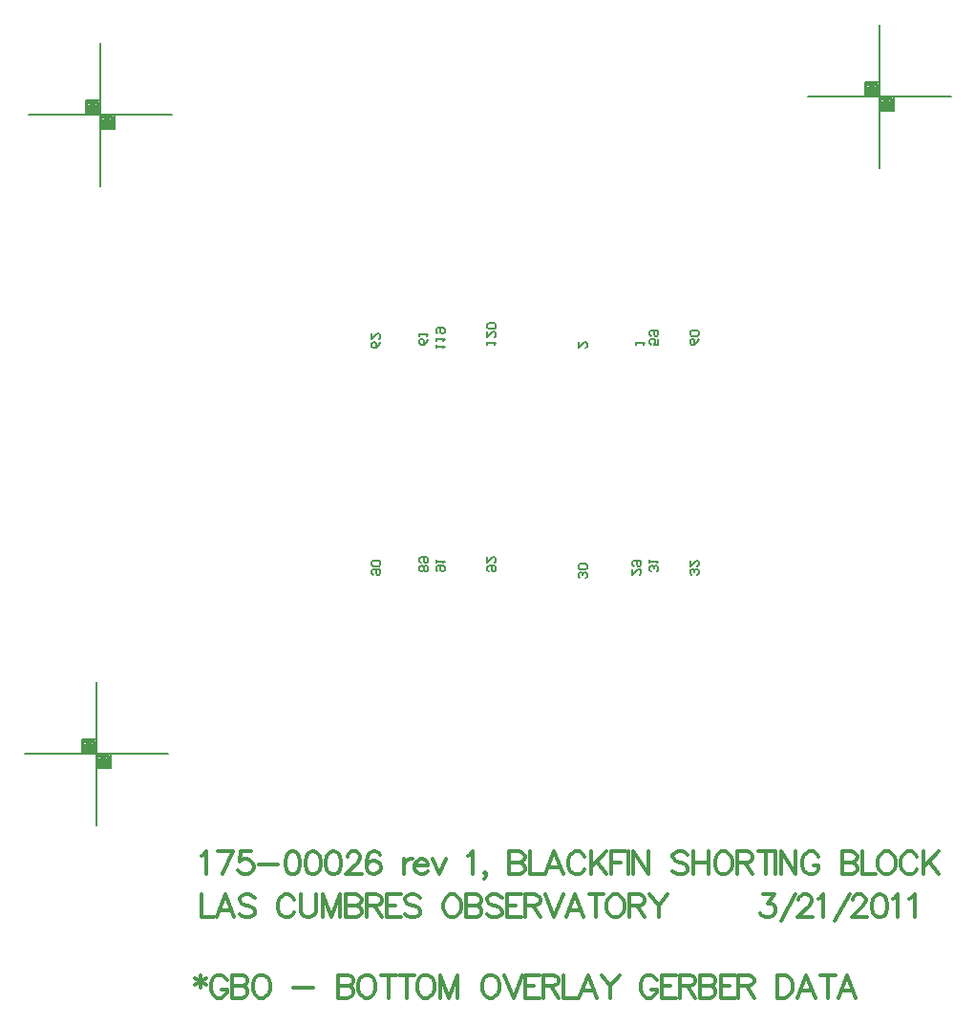
<source format=gbo>
%FSLAX23Y23*%
%MOIN*%
G70*
G01*
G75*
G04 Layer_Color=32896*
%ADD10R,0.067X0.014*%
%ADD11C,0.010*%
%ADD12C,0.012*%
%ADD13C,0.008*%
%ADD14C,0.012*%
%ADD15C,0.012*%
%ADD16C,0.030*%
%ADD17C,0.007*%
%ADD18C,0.005*%
%ADD19C,0.012*%
%ADD20R,0.165X0.130*%
%ADD21R,0.075X0.022*%
%ADD22C,0.008*%
%ADD23C,0.038*%
%ADD24R,0.992X0.189*%
D12*
X14731Y8981D02*
Y8935D01*
X14712Y8970D02*
X14750Y8947D01*
Y8970D02*
X14712Y8947D01*
X14823Y8962D02*
X14819Y8970D01*
X14812Y8977D01*
X14804Y8981D01*
X14789D01*
X14781Y8977D01*
X14774Y8970D01*
X14770Y8962D01*
X14766Y8951D01*
Y8931D01*
X14770Y8920D01*
X14774Y8912D01*
X14781Y8905D01*
X14789Y8901D01*
X14804D01*
X14812Y8905D01*
X14819Y8912D01*
X14823Y8920D01*
Y8931D01*
X14804D02*
X14823D01*
X14841Y8981D02*
Y8901D01*
Y8981D02*
X14876D01*
X14887Y8977D01*
X14891Y8973D01*
X14895Y8966D01*
Y8958D01*
X14891Y8951D01*
X14887Y8947D01*
X14876Y8943D01*
X14841D02*
X14876D01*
X14887Y8939D01*
X14891Y8935D01*
X14895Y8928D01*
Y8916D01*
X14891Y8909D01*
X14887Y8905D01*
X14876Y8901D01*
X14841D01*
X14935Y8981D02*
X14928Y8977D01*
X14920Y8970D01*
X14916Y8962D01*
X14913Y8951D01*
Y8931D01*
X14916Y8920D01*
X14920Y8912D01*
X14928Y8905D01*
X14935Y8901D01*
X14951D01*
X14958Y8905D01*
X14966Y8912D01*
X14970Y8920D01*
X14974Y8931D01*
Y8951D01*
X14970Y8962D01*
X14966Y8970D01*
X14958Y8977D01*
X14951Y8981D01*
X14935D01*
X15055Y8935D02*
X15124D01*
X15210Y8981D02*
Y8901D01*
Y8981D02*
X15244D01*
X15256Y8977D01*
X15260Y8973D01*
X15263Y8966D01*
Y8958D01*
X15260Y8951D01*
X15256Y8947D01*
X15244Y8943D01*
X15210D02*
X15244D01*
X15256Y8939D01*
X15260Y8935D01*
X15263Y8928D01*
Y8916D01*
X15260Y8909D01*
X15256Y8905D01*
X15244Y8901D01*
X15210D01*
X15304Y8981D02*
X15297Y8977D01*
X15289Y8970D01*
X15285Y8962D01*
X15281Y8951D01*
Y8931D01*
X15285Y8920D01*
X15289Y8912D01*
X15297Y8905D01*
X15304Y8901D01*
X15319D01*
X15327Y8905D01*
X15335Y8912D01*
X15338Y8920D01*
X15342Y8931D01*
Y8951D01*
X15338Y8962D01*
X15335Y8970D01*
X15327Y8977D01*
X15319Y8981D01*
X15304D01*
X15388D02*
Y8901D01*
X15361Y8981D02*
X15414D01*
X15450D02*
Y8901D01*
X15424Y8981D02*
X15477D01*
X15509D02*
X15502Y8977D01*
X15494Y8970D01*
X15490Y8962D01*
X15487Y8951D01*
Y8931D01*
X15490Y8920D01*
X15494Y8912D01*
X15502Y8905D01*
X15509Y8901D01*
X15525D01*
X15532Y8905D01*
X15540Y8912D01*
X15544Y8920D01*
X15548Y8931D01*
Y8951D01*
X15544Y8962D01*
X15540Y8970D01*
X15532Y8977D01*
X15525Y8981D01*
X15509D01*
X15566D02*
Y8901D01*
Y8981D02*
X15597Y8901D01*
X15627Y8981D02*
X15597Y8901D01*
X15627Y8981D02*
Y8901D01*
X15736Y8981D02*
X15728Y8977D01*
X15720Y8970D01*
X15717Y8962D01*
X15713Y8951D01*
Y8931D01*
X15717Y8920D01*
X15720Y8912D01*
X15728Y8905D01*
X15736Y8901D01*
X15751D01*
X15759Y8905D01*
X15766Y8912D01*
X15770Y8920D01*
X15774Y8931D01*
Y8951D01*
X15770Y8962D01*
X15766Y8970D01*
X15759Y8977D01*
X15751Y8981D01*
X15736D01*
X15792D02*
X15823Y8901D01*
X15853Y8981D02*
X15823Y8901D01*
X15913Y8981D02*
X15864D01*
Y8901D01*
X15913D01*
X15864Y8943D02*
X15894D01*
X15927Y8981D02*
Y8901D01*
Y8981D02*
X15961D01*
X15972Y8977D01*
X15976Y8973D01*
X15980Y8966D01*
Y8958D01*
X15976Y8951D01*
X15972Y8947D01*
X15961Y8943D01*
X15927D01*
X15953D02*
X15980Y8901D01*
X15998Y8981D02*
Y8901D01*
X16043D01*
X16113D02*
X16083Y8981D01*
X16052Y8901D01*
X16064Y8928D02*
X16102D01*
X16132Y8981D02*
X16162Y8943D01*
Y8901D01*
X16193Y8981D02*
X16162Y8943D01*
X16323Y8962D02*
X16319Y8970D01*
X16312Y8977D01*
X16304Y8981D01*
X16289D01*
X16281Y8977D01*
X16273Y8970D01*
X16270Y8962D01*
X16266Y8951D01*
Y8931D01*
X16270Y8920D01*
X16273Y8912D01*
X16281Y8905D01*
X16289Y8901D01*
X16304D01*
X16312Y8905D01*
X16319Y8912D01*
X16323Y8920D01*
Y8931D01*
X16304D02*
X16323D01*
X16391Y8981D02*
X16341D01*
Y8901D01*
X16391D01*
X16341Y8943D02*
X16372D01*
X16404Y8981D02*
Y8901D01*
Y8981D02*
X16438D01*
X16450Y8977D01*
X16454Y8973D01*
X16457Y8966D01*
Y8958D01*
X16454Y8951D01*
X16450Y8947D01*
X16438Y8943D01*
X16404D01*
X16431D02*
X16457Y8901D01*
X16475Y8981D02*
Y8901D01*
Y8981D02*
X16510D01*
X16521Y8977D01*
X16525Y8973D01*
X16529Y8966D01*
Y8958D01*
X16525Y8951D01*
X16521Y8947D01*
X16510Y8943D01*
X16475D02*
X16510D01*
X16521Y8939D01*
X16525Y8935D01*
X16529Y8928D01*
Y8916D01*
X16525Y8909D01*
X16521Y8905D01*
X16510Y8901D01*
X16475D01*
X16596Y8981D02*
X16547D01*
Y8901D01*
X16596D01*
X16547Y8943D02*
X16577D01*
X16609Y8981D02*
Y8901D01*
Y8981D02*
X16644D01*
X16655Y8977D01*
X16659Y8973D01*
X16663Y8966D01*
Y8958D01*
X16659Y8951D01*
X16655Y8947D01*
X16644Y8943D01*
X16609D01*
X16636D02*
X16663Y8901D01*
X16743Y8981D02*
Y8901D01*
Y8981D02*
X16770D01*
X16782Y8977D01*
X16789Y8970D01*
X16793Y8962D01*
X16797Y8951D01*
Y8931D01*
X16793Y8920D01*
X16789Y8912D01*
X16782Y8905D01*
X16770Y8901D01*
X16743D01*
X16876D02*
X16845Y8981D01*
X16815Y8901D01*
X16826Y8928D02*
X16864D01*
X16921Y8981D02*
Y8901D01*
X16894Y8981D02*
X16948D01*
X17018Y8901D02*
X16988Y8981D01*
X16957Y8901D01*
X16969Y8928D02*
X17007D01*
D13*
X14130Y11983D02*
X14630D01*
X14380Y11733D02*
Y12233D01*
X14330Y11983D02*
Y12033D01*
X14380D01*
X14430Y11933D02*
Y11983D01*
X14380Y11933D02*
X14430D01*
X14385Y11978D02*
X14425D01*
Y11938D02*
Y11978D01*
X14385Y11938D02*
X14425D01*
X14385D02*
Y11978D01*
X14390Y11973D02*
X14420D01*
Y11943D02*
Y11973D01*
X14390Y11943D02*
X14420D01*
X14390D02*
Y11968D01*
X14395D02*
X14415D01*
Y11948D02*
Y11968D01*
X14395Y11948D02*
X14415D01*
X14395D02*
Y11963D01*
X14400D02*
X14410D01*
Y11953D02*
Y11963D01*
X14400Y11953D02*
X14410D01*
X14400D02*
Y11963D01*
Y11958D02*
X14410D01*
X14335Y12028D02*
X14375D01*
Y11988D02*
Y12028D01*
X14335Y11988D02*
X14375D01*
X14335D02*
Y12028D01*
X14340Y12023D02*
X14370D01*
Y11993D02*
Y12023D01*
X14340Y11993D02*
X14370D01*
X14340D02*
Y12018D01*
X14345D02*
X14365D01*
Y11998D02*
Y12018D01*
X14345Y11998D02*
X14365D01*
X14345D02*
Y12013D01*
X14350D02*
X14360D01*
Y12003D02*
Y12013D01*
X14350Y12003D02*
X14360D01*
X14350D02*
Y12013D01*
Y12008D02*
X14360D01*
X16850Y12046D02*
X17350D01*
X17100Y11796D02*
Y12296D01*
X17050Y12046D02*
Y12096D01*
X17100D01*
X17150Y11996D02*
Y12046D01*
X17100Y11996D02*
X17150D01*
X17105Y12041D02*
X17145D01*
Y12001D02*
Y12041D01*
X17105Y12001D02*
X17145D01*
X17105D02*
Y12041D01*
X17110Y12036D02*
X17140D01*
Y12006D02*
Y12036D01*
X17110Y12006D02*
X17140D01*
X17110D02*
Y12031D01*
X17115D02*
X17135D01*
Y12011D02*
Y12031D01*
X17115Y12011D02*
X17135D01*
X17115D02*
Y12026D01*
X17120D02*
X17130D01*
Y12016D02*
Y12026D01*
X17120Y12016D02*
X17130D01*
X17120D02*
Y12026D01*
Y12021D02*
X17130D01*
X17055Y12091D02*
X17095D01*
Y12051D02*
Y12091D01*
X17055Y12051D02*
X17095D01*
X17055D02*
Y12091D01*
X17060Y12086D02*
X17090D01*
Y12056D02*
Y12086D01*
X17060Y12056D02*
X17090D01*
X17060D02*
Y12081D01*
X17065D02*
X17085D01*
Y12061D02*
Y12081D01*
X17065Y12061D02*
X17085D01*
X17065D02*
Y12076D01*
X17070D02*
X17080D01*
Y12066D02*
Y12076D01*
X17070Y12066D02*
X17080D01*
X17070D02*
Y12076D01*
Y12071D02*
X17080D01*
X14116Y9752D02*
X14616D01*
X14366Y9502D02*
Y10002D01*
X14316Y9752D02*
Y9802D01*
X14366D01*
X14416Y9702D02*
Y9752D01*
X14366Y9702D02*
X14416D01*
X14371Y9747D02*
X14411D01*
Y9707D02*
Y9747D01*
X14371Y9707D02*
X14411D01*
X14371D02*
Y9747D01*
X14376Y9742D02*
X14406D01*
Y9712D02*
Y9742D01*
X14376Y9712D02*
X14406D01*
X14376D02*
Y9737D01*
X14381D02*
X14401D01*
Y9717D02*
Y9737D01*
X14381Y9717D02*
X14401D01*
X14381D02*
Y9732D01*
X14386D02*
X14396D01*
Y9722D02*
Y9732D01*
X14386Y9722D02*
X14396D01*
X14386D02*
Y9732D01*
Y9727D02*
X14396D01*
X14321Y9797D02*
X14361D01*
Y9757D02*
Y9797D01*
X14321Y9757D02*
X14361D01*
X14321D02*
Y9797D01*
X14326Y9792D02*
X14356D01*
Y9762D02*
Y9792D01*
X14326Y9762D02*
X14356D01*
X14326D02*
Y9787D01*
X14331D02*
X14351D01*
Y9767D02*
Y9787D01*
X14331Y9767D02*
X14351D01*
X14331D02*
Y9782D01*
X14336D02*
X14346D01*
Y9772D02*
Y9782D01*
X14336Y9772D02*
X14346D01*
X14336D02*
Y9782D01*
Y9777D02*
X14346D01*
D14*
X14733Y9262D02*
Y9182D01*
X14778D01*
X14848D02*
X14817Y9262D01*
X14787Y9182D01*
X14798Y9208D02*
X14837D01*
X14920Y9250D02*
X14912Y9258D01*
X14901Y9262D01*
X14886D01*
X14874Y9258D01*
X14867Y9250D01*
Y9243D01*
X14870Y9235D01*
X14874Y9231D01*
X14882Y9227D01*
X14905Y9220D01*
X14912Y9216D01*
X14916Y9212D01*
X14920Y9204D01*
Y9193D01*
X14912Y9185D01*
X14901Y9182D01*
X14886D01*
X14874Y9185D01*
X14867Y9193D01*
X15058Y9243D02*
X15054Y9250D01*
X15046Y9258D01*
X15039Y9262D01*
X15024D01*
X15016Y9258D01*
X15008Y9250D01*
X15005Y9243D01*
X15001Y9231D01*
Y9212D01*
X15005Y9201D01*
X15008Y9193D01*
X15016Y9185D01*
X15024Y9182D01*
X15039D01*
X15046Y9185D01*
X15054Y9193D01*
X15058Y9201D01*
X15080Y9262D02*
Y9204D01*
X15084Y9193D01*
X15092Y9185D01*
X15103Y9182D01*
X15111D01*
X15122Y9185D01*
X15130Y9193D01*
X15134Y9204D01*
Y9262D01*
X15156D02*
Y9182D01*
Y9262D02*
X15186Y9182D01*
X15217Y9262D02*
X15186Y9182D01*
X15217Y9262D02*
Y9182D01*
X15239Y9262D02*
Y9182D01*
Y9262D02*
X15274D01*
X15285Y9258D01*
X15289Y9254D01*
X15293Y9246D01*
Y9239D01*
X15289Y9231D01*
X15285Y9227D01*
X15274Y9223D01*
X15239D02*
X15274D01*
X15285Y9220D01*
X15289Y9216D01*
X15293Y9208D01*
Y9197D01*
X15289Y9189D01*
X15285Y9185D01*
X15274Y9182D01*
X15239D01*
X15311Y9262D02*
Y9182D01*
Y9262D02*
X15345D01*
X15356Y9258D01*
X15360Y9254D01*
X15364Y9246D01*
Y9239D01*
X15360Y9231D01*
X15356Y9227D01*
X15345Y9223D01*
X15311D01*
X15337D02*
X15364Y9182D01*
X15431Y9262D02*
X15382D01*
Y9182D01*
X15431D01*
X15382Y9223D02*
X15412D01*
X15498Y9250D02*
X15490Y9258D01*
X15479Y9262D01*
X15464D01*
X15452Y9258D01*
X15445Y9250D01*
Y9243D01*
X15449Y9235D01*
X15452Y9231D01*
X15460Y9227D01*
X15483Y9220D01*
X15490Y9216D01*
X15494Y9212D01*
X15498Y9204D01*
Y9193D01*
X15490Y9185D01*
X15479Y9182D01*
X15464D01*
X15452Y9185D01*
X15445Y9193D01*
X15602Y9262D02*
X15594Y9258D01*
X15586Y9250D01*
X15583Y9243D01*
X15579Y9231D01*
Y9212D01*
X15583Y9201D01*
X15586Y9193D01*
X15594Y9185D01*
X15602Y9182D01*
X15617D01*
X15625Y9185D01*
X15632Y9193D01*
X15636Y9201D01*
X15640Y9212D01*
Y9231D01*
X15636Y9243D01*
X15632Y9250D01*
X15625Y9258D01*
X15617Y9262D01*
X15602D01*
X15658D02*
Y9182D01*
Y9262D02*
X15693D01*
X15704Y9258D01*
X15708Y9254D01*
X15712Y9246D01*
Y9239D01*
X15708Y9231D01*
X15704Y9227D01*
X15693Y9223D01*
X15658D02*
X15693D01*
X15704Y9220D01*
X15708Y9216D01*
X15712Y9208D01*
Y9197D01*
X15708Y9189D01*
X15704Y9185D01*
X15693Y9182D01*
X15658D01*
X15783Y9250D02*
X15775Y9258D01*
X15764Y9262D01*
X15749D01*
X15737Y9258D01*
X15730Y9250D01*
Y9243D01*
X15733Y9235D01*
X15737Y9231D01*
X15745Y9227D01*
X15768Y9220D01*
X15775Y9216D01*
X15779Y9212D01*
X15783Y9204D01*
Y9193D01*
X15775Y9185D01*
X15764Y9182D01*
X15749D01*
X15737Y9185D01*
X15730Y9193D01*
X15850Y9262D02*
X15801D01*
Y9182D01*
X15850D01*
X15801Y9223D02*
X15831D01*
X15864Y9262D02*
Y9182D01*
Y9262D02*
X15898D01*
X15909Y9258D01*
X15913Y9254D01*
X15917Y9246D01*
Y9239D01*
X15913Y9231D01*
X15909Y9227D01*
X15898Y9223D01*
X15864D01*
X15890D02*
X15917Y9182D01*
X15935Y9262D02*
X15965Y9182D01*
X15996Y9262D02*
X15965Y9182D01*
X16067D02*
X16037Y9262D01*
X16006Y9182D01*
X16018Y9208D02*
X16056D01*
X16112Y9262D02*
Y9182D01*
X16086Y9262D02*
X16139D01*
X16171D02*
X16164Y9258D01*
X16156Y9250D01*
X16152Y9243D01*
X16149Y9231D01*
Y9212D01*
X16152Y9201D01*
X16156Y9193D01*
X16164Y9185D01*
X16171Y9182D01*
X16187D01*
X16194Y9185D01*
X16202Y9193D01*
X16206Y9201D01*
X16210Y9212D01*
Y9231D01*
X16206Y9243D01*
X16202Y9250D01*
X16194Y9258D01*
X16187Y9262D01*
X16171D01*
X16228D02*
Y9182D01*
Y9262D02*
X16263D01*
X16274Y9258D01*
X16278Y9254D01*
X16282Y9246D01*
Y9239D01*
X16278Y9231D01*
X16274Y9227D01*
X16263Y9223D01*
X16228D01*
X16255D02*
X16282Y9182D01*
X16299Y9262D02*
X16330Y9223D01*
Y9182D01*
X16360Y9262D02*
X16330Y9223D01*
X16693Y9262D02*
X16734D01*
X16712Y9231D01*
X16723D01*
X16731Y9227D01*
X16734Y9223D01*
X16738Y9212D01*
Y9204D01*
X16734Y9193D01*
X16727Y9185D01*
X16715Y9182D01*
X16704D01*
X16693Y9185D01*
X16689Y9189D01*
X16685Y9197D01*
X16756Y9170D02*
X16809Y9262D01*
X16819Y9243D02*
Y9246D01*
X16822Y9254D01*
X16826Y9258D01*
X16834Y9262D01*
X16849D01*
X16857Y9258D01*
X16860Y9254D01*
X16864Y9246D01*
Y9239D01*
X16860Y9231D01*
X16853Y9220D01*
X16815Y9182D01*
X16868D01*
X16886Y9246D02*
X16894Y9250D01*
X16905Y9262D01*
Y9182D01*
X16945Y9170D02*
X16998Y9262D01*
X17007Y9243D02*
Y9246D01*
X17011Y9254D01*
X17015Y9258D01*
X17022Y9262D01*
X17038D01*
X17045Y9258D01*
X17049Y9254D01*
X17053Y9246D01*
Y9239D01*
X17049Y9231D01*
X17041Y9220D01*
X17003Y9182D01*
X17057D01*
X17097Y9262D02*
X17086Y9258D01*
X17078Y9246D01*
X17075Y9227D01*
Y9216D01*
X17078Y9197D01*
X17086Y9185D01*
X17097Y9182D01*
X17105D01*
X17116Y9185D01*
X17124Y9197D01*
X17128Y9216D01*
Y9227D01*
X17124Y9246D01*
X17116Y9258D01*
X17105Y9262D01*
X17097D01*
X17146Y9246D02*
X17153Y9250D01*
X17165Y9262D01*
Y9182D01*
X17204Y9246D02*
X17212Y9250D01*
X17223Y9262D01*
Y9182D01*
D15*
X14733Y9396D02*
X14740Y9400D01*
X14752Y9412D01*
Y9332D01*
X14845Y9412D02*
X14806Y9332D01*
X14791Y9412D02*
X14845D01*
X14908D02*
X14870D01*
X14866Y9377D01*
X14870Y9381D01*
X14881Y9385D01*
X14893D01*
X14904Y9381D01*
X14912Y9373D01*
X14916Y9362D01*
Y9354D01*
X14912Y9343D01*
X14904Y9335D01*
X14893Y9332D01*
X14881D01*
X14870Y9335D01*
X14866Y9339D01*
X14862Y9347D01*
X14934Y9366D02*
X15002D01*
X15049Y9412D02*
X15037Y9408D01*
X15030Y9396D01*
X15026Y9377D01*
Y9366D01*
X15030Y9347D01*
X15037Y9335D01*
X15049Y9332D01*
X15056D01*
X15068Y9335D01*
X15075Y9347D01*
X15079Y9366D01*
Y9377D01*
X15075Y9396D01*
X15068Y9408D01*
X15056Y9412D01*
X15049D01*
X15120D02*
X15108Y9408D01*
X15101Y9396D01*
X15097Y9377D01*
Y9366D01*
X15101Y9347D01*
X15108Y9335D01*
X15120Y9332D01*
X15128D01*
X15139Y9335D01*
X15147Y9347D01*
X15150Y9366D01*
Y9377D01*
X15147Y9396D01*
X15139Y9408D01*
X15128Y9412D01*
X15120D01*
X15191D02*
X15180Y9408D01*
X15172Y9396D01*
X15168Y9377D01*
Y9366D01*
X15172Y9347D01*
X15180Y9335D01*
X15191Y9332D01*
X15199D01*
X15210Y9335D01*
X15218Y9347D01*
X15222Y9366D01*
Y9377D01*
X15218Y9396D01*
X15210Y9408D01*
X15199Y9412D01*
X15191D01*
X15243Y9393D02*
Y9396D01*
X15247Y9404D01*
X15251Y9408D01*
X15259Y9412D01*
X15274D01*
X15281Y9408D01*
X15285Y9404D01*
X15289Y9396D01*
Y9389D01*
X15285Y9381D01*
X15278Y9370D01*
X15239Y9332D01*
X15293D01*
X15356Y9400D02*
X15353Y9408D01*
X15341Y9412D01*
X15334D01*
X15322Y9408D01*
X15315Y9396D01*
X15311Y9377D01*
Y9358D01*
X15315Y9343D01*
X15322Y9335D01*
X15334Y9332D01*
X15337D01*
X15349Y9335D01*
X15356Y9343D01*
X15360Y9354D01*
Y9358D01*
X15356Y9370D01*
X15349Y9377D01*
X15337Y9381D01*
X15334D01*
X15322Y9377D01*
X15315Y9370D01*
X15311Y9358D01*
X15441Y9385D02*
Y9332D01*
Y9362D02*
X15444Y9373D01*
X15452Y9381D01*
X15460Y9385D01*
X15471D01*
X15478Y9362D02*
X15524D01*
Y9370D01*
X15520Y9377D01*
X15516Y9381D01*
X15509Y9385D01*
X15497D01*
X15490Y9381D01*
X15482Y9373D01*
X15478Y9362D01*
Y9354D01*
X15482Y9343D01*
X15490Y9335D01*
X15497Y9332D01*
X15509D01*
X15516Y9335D01*
X15524Y9343D01*
X15541Y9385D02*
X15564Y9332D01*
X15587Y9385D02*
X15564Y9332D01*
X15663Y9396D02*
X15670Y9400D01*
X15682Y9412D01*
Y9332D01*
X15729Y9335D02*
X15725Y9332D01*
X15721Y9335D01*
X15725Y9339D01*
X15729Y9335D01*
Y9328D01*
X15725Y9320D01*
X15721Y9316D01*
X15809Y9412D02*
Y9332D01*
Y9412D02*
X15844D01*
X15855Y9408D01*
X15859Y9404D01*
X15863Y9396D01*
Y9389D01*
X15859Y9381D01*
X15855Y9377D01*
X15844Y9373D01*
X15809D02*
X15844D01*
X15855Y9370D01*
X15859Y9366D01*
X15863Y9358D01*
Y9347D01*
X15859Y9339D01*
X15855Y9335D01*
X15844Y9332D01*
X15809D01*
X15881Y9412D02*
Y9332D01*
X15926D01*
X15996D02*
X15965Y9412D01*
X15935Y9332D01*
X15946Y9358D02*
X15984D01*
X16072Y9393D02*
X16068Y9400D01*
X16060Y9408D01*
X16053Y9412D01*
X16037D01*
X16030Y9408D01*
X16022Y9400D01*
X16018Y9393D01*
X16015Y9381D01*
Y9362D01*
X16018Y9351D01*
X16022Y9343D01*
X16030Y9335D01*
X16037Y9332D01*
X16053D01*
X16060Y9335D01*
X16068Y9343D01*
X16072Y9351D01*
X16094Y9412D02*
Y9332D01*
X16147Y9412D02*
X16094Y9358D01*
X16113Y9377D02*
X16147Y9332D01*
X16165Y9412D02*
Y9332D01*
Y9412D02*
X16215D01*
X16165Y9373D02*
X16196D01*
X16224Y9412D02*
Y9332D01*
X16241Y9412D02*
Y9332D01*
Y9412D02*
X16294Y9332D01*
Y9412D02*
Y9332D01*
X16432Y9400D02*
X16425Y9408D01*
X16413Y9412D01*
X16398D01*
X16387Y9408D01*
X16379Y9400D01*
Y9393D01*
X16383Y9385D01*
X16387Y9381D01*
X16394Y9377D01*
X16417Y9370D01*
X16425Y9366D01*
X16429Y9362D01*
X16432Y9354D01*
Y9343D01*
X16425Y9335D01*
X16413Y9332D01*
X16398D01*
X16387Y9335D01*
X16379Y9343D01*
X16450Y9412D02*
Y9332D01*
X16504Y9412D02*
Y9332D01*
X16450Y9373D02*
X16504D01*
X16549Y9412D02*
X16541Y9408D01*
X16533Y9400D01*
X16530Y9393D01*
X16526Y9381D01*
Y9362D01*
X16530Y9351D01*
X16533Y9343D01*
X16541Y9335D01*
X16549Y9332D01*
X16564D01*
X16571Y9335D01*
X16579Y9343D01*
X16583Y9351D01*
X16587Y9362D01*
Y9381D01*
X16583Y9393D01*
X16579Y9400D01*
X16571Y9408D01*
X16564Y9412D01*
X16549D01*
X16605D02*
Y9332D01*
Y9412D02*
X16640D01*
X16651Y9408D01*
X16655Y9404D01*
X16659Y9396D01*
Y9389D01*
X16655Y9381D01*
X16651Y9377D01*
X16640Y9373D01*
X16605D01*
X16632D02*
X16659Y9332D01*
X16703Y9412D02*
Y9332D01*
X16677Y9412D02*
X16730D01*
X16739D02*
Y9332D01*
X16756Y9412D02*
Y9332D01*
Y9412D02*
X16809Y9332D01*
Y9412D02*
Y9332D01*
X16889Y9393D02*
X16885Y9400D01*
X16877Y9408D01*
X16870Y9412D01*
X16854D01*
X16847Y9408D01*
X16839Y9400D01*
X16835Y9393D01*
X16832Y9381D01*
Y9362D01*
X16835Y9351D01*
X16839Y9343D01*
X16847Y9335D01*
X16854Y9332D01*
X16870D01*
X16877Y9335D01*
X16885Y9343D01*
X16889Y9351D01*
Y9362D01*
X16870D02*
X16889D01*
X16970Y9412D02*
Y9332D01*
Y9412D02*
X17004D01*
X17015Y9408D01*
X17019Y9404D01*
X17023Y9396D01*
Y9389D01*
X17019Y9381D01*
X17015Y9377D01*
X17004Y9373D01*
X16970D02*
X17004D01*
X17015Y9370D01*
X17019Y9366D01*
X17023Y9358D01*
Y9347D01*
X17019Y9339D01*
X17015Y9335D01*
X17004Y9332D01*
X16970D01*
X17041Y9412D02*
Y9332D01*
X17087D01*
X17118Y9412D02*
X17111Y9408D01*
X17103Y9400D01*
X17099Y9393D01*
X17095Y9381D01*
Y9362D01*
X17099Y9351D01*
X17103Y9343D01*
X17111Y9335D01*
X17118Y9332D01*
X17134D01*
X17141Y9335D01*
X17149Y9343D01*
X17153Y9351D01*
X17156Y9362D01*
Y9381D01*
X17153Y9393D01*
X17149Y9400D01*
X17141Y9408D01*
X17134Y9412D01*
X17118D01*
X17232Y9393D02*
X17228Y9400D01*
X17221Y9408D01*
X17213Y9412D01*
X17198D01*
X17190Y9408D01*
X17183Y9400D01*
X17179Y9393D01*
X17175Y9381D01*
Y9362D01*
X17179Y9351D01*
X17183Y9343D01*
X17190Y9335D01*
X17198Y9332D01*
X17213D01*
X17221Y9335D01*
X17228Y9343D01*
X17232Y9351D01*
X17255Y9412D02*
Y9332D01*
X17308Y9412D02*
X17255Y9358D01*
X17274Y9377D02*
X17308Y9332D01*
D18*
X16470Y11200D02*
X16465Y11190D01*
X16455Y11180D01*
X16445D01*
X16440Y11185D01*
Y11195D01*
X16445Y11200D01*
X16450D01*
X16455Y11195D01*
Y11180D01*
X16465Y11210D02*
X16470Y11215D01*
Y11225D01*
X16465Y11230D01*
X16445D01*
X16440Y11225D01*
Y11215D01*
X16445Y11210D01*
X16465D01*
X16328Y11200D02*
Y11180D01*
X16313D01*
X16318Y11190D01*
Y11195D01*
X16313Y11200D01*
X16303D01*
X16298Y11195D01*
Y11185D01*
X16303Y11180D01*
Y11210D02*
X16298Y11215D01*
Y11225D01*
X16303Y11230D01*
X16323D01*
X16328Y11225D01*
Y11215D01*
X16323Y11210D01*
X16318D01*
X16313Y11215D01*
Y11230D01*
X16251Y11180D02*
Y11190D01*
Y11185D01*
X16281D01*
X16276Y11180D01*
X16050Y11189D02*
Y11169D01*
X16070Y11189D01*
X16075D01*
X16080Y11184D01*
Y11174D01*
X16075Y11169D01*
Y10365D02*
X16080Y10370D01*
Y10380D01*
X16075Y10385D01*
X16070D01*
X16065Y10380D01*
Y10375D01*
Y10380D01*
X16060Y10385D01*
X16055D01*
X16050Y10380D01*
Y10370D01*
X16055Y10365D01*
X16075Y10395D02*
X16080Y10400D01*
Y10410D01*
X16075Y10415D01*
X16055D01*
X16050Y10410D01*
Y10400D01*
X16055Y10395D01*
X16075D01*
X16239Y10397D02*
Y10377D01*
X16259Y10397D01*
X16264D01*
X16269Y10392D01*
Y10382D01*
X16264Y10377D01*
X16244Y10407D02*
X16239Y10412D01*
Y10422D01*
X16244Y10427D01*
X16264D01*
X16269Y10422D01*
Y10412D01*
X16264Y10407D01*
X16259D01*
X16254Y10412D01*
Y10427D01*
X16323Y10389D02*
X16328Y10394D01*
Y10404D01*
X16323Y10409D01*
X16318D01*
X16313Y10404D01*
Y10399D01*
Y10404D01*
X16308Y10409D01*
X16303D01*
X16298Y10404D01*
Y10394D01*
X16303Y10389D01*
X16298Y10419D02*
Y10429D01*
Y10424D01*
X16328D01*
X16323Y10419D01*
X16465Y10377D02*
X16470Y10382D01*
Y10392D01*
X16465Y10397D01*
X16460D01*
X16455Y10392D01*
Y10387D01*
Y10392D01*
X16450Y10397D01*
X16445D01*
X16440Y10392D01*
Y10382D01*
X16445Y10377D01*
X16440Y10427D02*
Y10407D01*
X16460Y10427D01*
X16465D01*
X16470Y10422D01*
Y10412D01*
X16465Y10407D01*
X15736Y10389D02*
X15731Y10394D01*
Y10404D01*
X15736Y10409D01*
X15756D01*
X15761Y10404D01*
Y10394D01*
X15756Y10389D01*
X15751D01*
X15746Y10394D01*
Y10409D01*
X15731Y10439D02*
Y10419D01*
X15751Y10439D01*
X15756D01*
X15761Y10434D01*
Y10424D01*
X15756Y10419D01*
X15559Y10389D02*
X15554Y10394D01*
Y10404D01*
X15559Y10409D01*
X15579D01*
X15584Y10404D01*
Y10394D01*
X15579Y10389D01*
X15574D01*
X15569Y10394D01*
Y10409D01*
X15554Y10419D02*
Y10429D01*
Y10424D01*
X15584D01*
X15579Y10419D01*
X15520Y10389D02*
X15525Y10394D01*
Y10404D01*
X15520Y10409D01*
X15515D01*
X15510Y10404D01*
X15505Y10409D01*
X15500D01*
X15495Y10404D01*
Y10394D01*
X15500Y10389D01*
X15505D01*
X15510Y10394D01*
X15515Y10389D01*
X15520D01*
X15510Y10394D02*
Y10404D01*
X15500Y10419D02*
X15495Y10424D01*
Y10434D01*
X15500Y10439D01*
X15520D01*
X15525Y10434D01*
Y10424D01*
X15520Y10419D01*
X15515D01*
X15510Y10424D01*
Y10439D01*
X15334Y10377D02*
X15329Y10382D01*
Y10392D01*
X15334Y10397D01*
X15354D01*
X15359Y10392D01*
Y10382D01*
X15354Y10377D01*
X15349D01*
X15344Y10382D01*
Y10397D01*
X15354Y10407D02*
X15359Y10412D01*
Y10422D01*
X15354Y10427D01*
X15334D01*
X15329Y10422D01*
Y10412D01*
X15334Y10407D01*
X15354D01*
X15359Y11189D02*
X15354Y11179D01*
X15344Y11169D01*
X15334D01*
X15329Y11174D01*
Y11184D01*
X15334Y11189D01*
X15339D01*
X15344Y11184D01*
Y11169D01*
X15329Y11219D02*
Y11199D01*
X15349Y11219D01*
X15354D01*
X15359Y11214D01*
Y11204D01*
X15354Y11199D01*
X15525Y11200D02*
X15520Y11190D01*
X15510Y11180D01*
X15500D01*
X15495Y11185D01*
Y11195D01*
X15500Y11200D01*
X15505D01*
X15510Y11195D01*
Y11180D01*
X15495Y11210D02*
Y11220D01*
Y11215D01*
X15525D01*
X15520Y11210D01*
X15554Y11169D02*
Y11179D01*
Y11174D01*
X15584D01*
X15579Y11169D01*
X15554Y11194D02*
Y11204D01*
Y11199D01*
X15584D01*
X15579Y11194D01*
X15559Y11219D02*
X15554Y11224D01*
Y11234D01*
X15559Y11239D01*
X15579D01*
X15584Y11234D01*
Y11224D01*
X15579Y11219D01*
X15574D01*
X15569Y11224D01*
Y11239D01*
X15731Y11180D02*
Y11190D01*
Y11185D01*
X15761D01*
X15756Y11180D01*
X15731Y11225D02*
Y11205D01*
X15751Y11225D01*
X15756D01*
X15761Y11220D01*
Y11210D01*
X15756Y11205D01*
Y11235D02*
X15761Y11240D01*
Y11250D01*
X15756Y11255D01*
X15736D01*
X15731Y11250D01*
Y11240D01*
X15736Y11235D01*
X15756D01*
M02*

</source>
